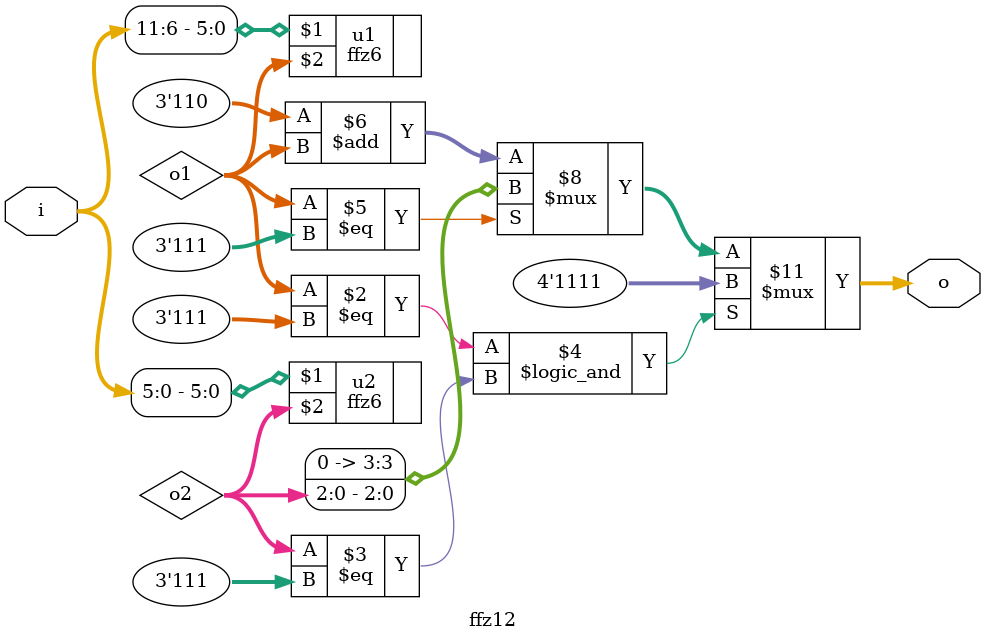
<source format=sv>

module ffz12(i, o);
input [11:0] i;
output reg [3:0] o;

wire [2:0] o1,o2;
ffz6 u1 (i[11:6],o1);
ffz6 u2 (i[5:0],o2);
always_comb
if (o1==3'd7 && o2==3'd7)
    o <= 4'd15;
else if (o1==3'd7)
    o <= o2;
else
    o <= 3'd6 + o1;

endmodule


</source>
